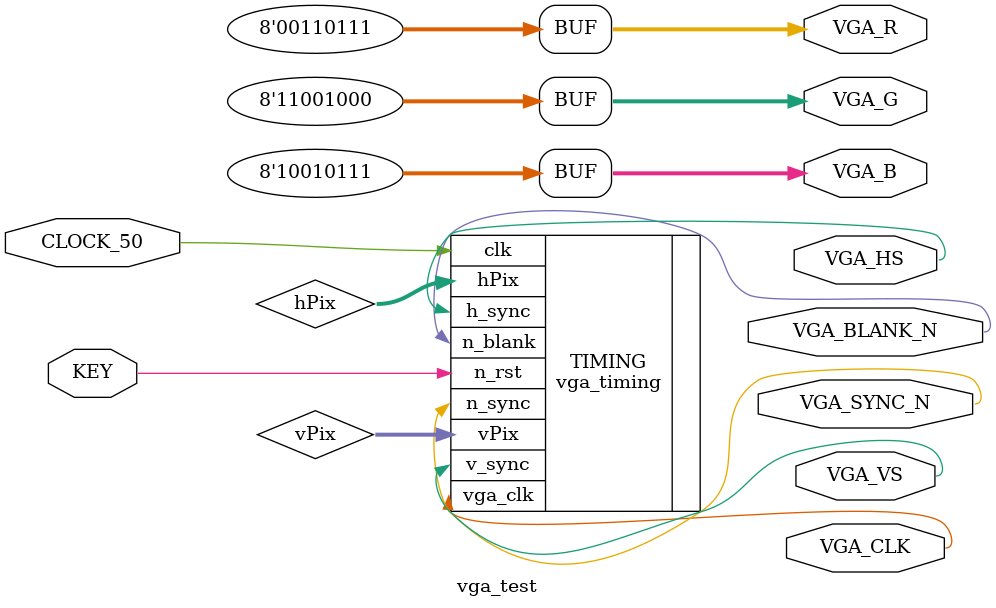
<source format=sv>

module vga_test
(
    input logic CLOCK_50,
    input logic [0:0]KEY,
    output logic VGA_HS,
    output logic VGA_VS,
    output logic VGA_BLANK_N,
    output logic VGA_SYNC_N,
    output logic VGA_CLK,
    output logic [7:0] VGA_R,
    output logic [7:0] VGA_B,
    output logic [7:0] VGA_G
);

    logic [9:0] hPix, vPix; // (hPix, vPix) is the current pixel to be sending to the DAC. All 1's indicates blanking.
    logic frame_end;

    vga_timing TIMING (.clk(CLOCK_50), .n_rst(KEY[0]), .h_sync(VGA_HS), .v_sync(VGA_VS), .n_blank(VGA_BLANK_N), .vga_clk(VGA_CLK), .n_sync(VGA_SYNC_N), .hPix(hPix), .vPix(vPix));

    assign VGA_R = 8'h37;
    assign VGA_G = 8'hC8;
    assign VGA_B = 8'h97;

    // next_color = ((end - start) / frame_width) * curr_frame + start;

endmodule
</source>
